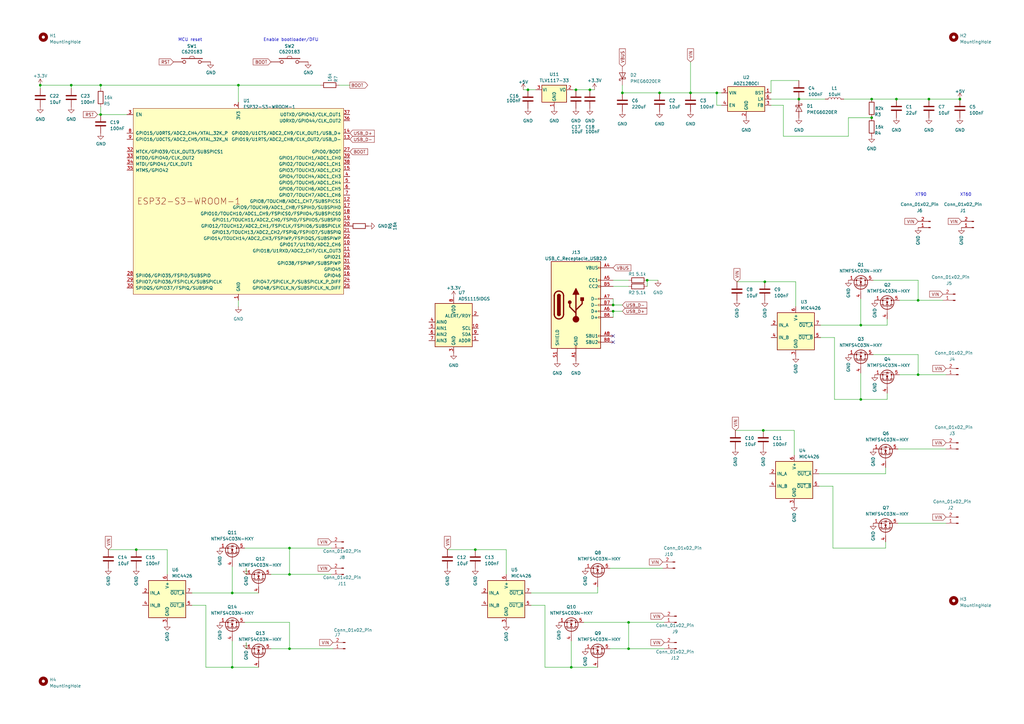
<source format=kicad_sch>
(kicad_sch (version 20230121) (generator eeschema)
  (paper "A3")
  (junction (at 376.555 153.67))
  (junction (at 194.945 225.425))
  (junction (at 270.51 38.1))
  (junction (at 353.06 133.35))
  (junction (at 118.745 235.585))
  (junction (at 255.27 38.1))
  (junction (at 257.81 255.27))
  (junction (at 376.555 123.19))
  (junction (at 353.06 163.83))
  (junction (at 97.79 34.925))
  (junction (at 55.88 225.425))
  (junction (at 313.055 176.53))
  (junction (at 327.66 40.64))
  (junction (at 236.22 36.83))
  (junction (at 367.665 40.64))
  (junction (at 251.46 127.635))
  (junction (at 251.46 125.095))
  (junction (at 357.505 48.26))
  (junction (at 234.315 273.685))
  (junction (at 294.005 38.1))
  (junction (at 357.505 40.64))
  (junction (at 95.25 243.205))
  (junction (at 29.21 34.925))
  (junction (at 283.21 38.1))
  (junction (at 257.81 266.065))
  (junction (at 41.275 46.99))
  (junction (at 41.275 34.925))
  (junction (at 118.745 266.065))
  (junction (at 241.935 36.83))
  (junction (at 381 40.64))
  (junction (at 118.745 224.79))
  (junction (at 216.535 36.83))
  (junction (at 16.51 34.925))
  (junction (at 393.7 40.64))
  (junction (at 265.43 114.935))
  (junction (at 313.69 115.57))
  (junction (at 95.25 273.685))
  (no_connect (at 251.46 137.795))
  (no_connect (at 251.46 140.335))
  (wire (pts (xy 341.63 224.79) (xy 363.22 224.79)))
  (wire (pts (xy 217.805 243.205) (xy 245.11 243.205)))
  (wire (pts (xy 367.665 40.64) (xy 381 40.64)))
  (wire (pts (xy 363.22 194.31) (xy 363.22 191.77)))
  (wire (pts (xy 78.74 243.205) (xy 95.25 243.205)))
  (wire (pts (xy 243.84 36.83) (xy 241.935 36.83)))
  (wire (pts (xy 68.58 225.425) (xy 55.88 225.425)))
  (wire (pts (xy 234.315 262.89) (xy 234.315 273.685)))
  (wire (pts (xy 376.555 114.935) (xy 376.555 123.19)))
  (wire (pts (xy 118.745 235.585) (xy 135.89 235.585)))
  (wire (pts (xy 100.965 235.585) (xy 100.965 233.045)))
  (wire (pts (xy 245.11 243.205) (xy 245.11 240.665)))
  (wire (pts (xy 255.27 34.925) (xy 255.27 38.1)))
  (wire (pts (xy 376.555 123.19) (xy 386.715 123.19)))
  (wire (pts (xy 118.745 224.79) (xy 135.89 224.79)))
  (wire (pts (xy 236.22 36.83) (xy 241.935 36.83)))
  (wire (pts (xy 316.23 40.64) (xy 327.66 40.64)))
  (wire (pts (xy 29.21 34.925) (xy 29.21 36.195)))
  (wire (pts (xy 78.74 248.285) (xy 84.455 248.285)))
  (wire (pts (xy 376.555 153.67) (xy 387.985 153.67)))
  (wire (pts (xy 207.645 225.425) (xy 194.945 225.425)))
  (wire (pts (xy 84.455 248.285) (xy 84.455 273.685)))
  (wire (pts (xy 368.3 214.63) (xy 387.985 214.63)))
  (wire (pts (xy 257.81 255.27) (xy 257.81 266.065)))
  (wire (pts (xy 223.52 273.685) (xy 234.315 273.685)))
  (wire (pts (xy 41.275 34.925) (xy 97.79 34.925)))
  (wire (pts (xy 118.745 224.79) (xy 118.745 235.585)))
  (wire (pts (xy 100.965 266.065) (xy 100.965 263.525)))
  (wire (pts (xy 283.21 38.1) (xy 294.005 38.1)))
  (wire (pts (xy 294.005 38.1) (xy 294.005 43.18)))
  (wire (pts (xy 111.125 235.585) (xy 118.745 235.585)))
  (wire (pts (xy 301.625 176.53) (xy 313.055 176.53)))
  (wire (pts (xy 316.23 38.1) (xy 316.23 33.02)))
  (wire (pts (xy 251.46 125.095) (xy 255.27 125.095)))
  (wire (pts (xy 44.45 225.425) (xy 55.88 225.425)))
  (wire (pts (xy 316.23 33.02) (xy 327.66 33.02)))
  (wire (pts (xy 368.935 153.67) (xy 376.555 153.67)))
  (wire (pts (xy 100.33 255.27) (xy 118.745 255.27)))
  (wire (pts (xy 302.26 115.57) (xy 313.69 115.57)))
  (wire (pts (xy 84.455 273.685) (xy 95.25 273.685)))
  (wire (pts (xy 95.25 243.205) (xy 106.045 243.205)))
  (wire (pts (xy 214.63 36.83) (xy 216.535 36.83)))
  (wire (pts (xy 234.315 273.685) (xy 245.11 273.685)))
  (wire (pts (xy 16.51 34.925) (xy 29.21 34.925)))
  (wire (pts (xy 353.06 153.035) (xy 353.06 163.83)))
  (wire (pts (xy 183.515 225.425) (xy 194.945 225.425)))
  (wire (pts (xy 336.55 133.35) (xy 353.06 133.35)))
  (wire (pts (xy 265.43 114.935) (xy 269.875 114.935)))
  (wire (pts (xy 223.52 248.285) (xy 223.52 273.685)))
  (wire (pts (xy 327.66 40.64) (xy 338.455 40.64)))
  (wire (pts (xy 363.855 133.35) (xy 363.855 130.81)))
  (wire (pts (xy 111.125 266.065) (xy 118.745 266.065)))
  (wire (pts (xy 100.33 224.79) (xy 118.745 224.79)))
  (wire (pts (xy 251.46 127.635) (xy 255.27 127.635)))
  (wire (pts (xy 325.755 186.69) (xy 325.755 176.53)))
  (wire (pts (xy 251.46 114.935) (xy 257.81 114.935)))
  (wire (pts (xy 118.745 266.065) (xy 136.525 266.065)))
  (wire (pts (xy 270.51 38.1) (xy 283.21 38.1)))
  (wire (pts (xy 255.27 38.1) (xy 270.51 38.1)))
  (wire (pts (xy 326.39 115.57) (xy 313.69 115.57)))
  (wire (pts (xy 207.645 235.585) (xy 207.645 225.425)))
  (wire (pts (xy 347.98 55.88) (xy 347.98 48.26)))
  (wire (pts (xy 97.79 41.91) (xy 97.79 34.925)))
  (wire (pts (xy 250.19 233.045) (xy 271.78 233.045)))
  (wire (pts (xy 342.265 163.83) (xy 353.06 163.83)))
  (wire (pts (xy 341.63 199.39) (xy 341.63 224.79)))
  (wire (pts (xy 283.21 25.4) (xy 283.21 38.1)))
  (wire (pts (xy 257.81 266.065) (xy 272.415 266.065)))
  (wire (pts (xy 41.275 46.99) (xy 52.07 46.99)))
  (wire (pts (xy 234.95 36.83) (xy 236.22 36.83)))
  (wire (pts (xy 326.39 125.73) (xy 326.39 115.57)))
  (wire (pts (xy 358.14 145.415) (xy 376.555 145.415)))
  (wire (pts (xy 294.005 38.1) (xy 295.91 38.1)))
  (wire (pts (xy 29.21 34.925) (xy 41.275 34.925)))
  (wire (pts (xy 251.46 117.475) (xy 257.81 117.475)))
  (wire (pts (xy 381 40.64) (xy 393.7 40.64)))
  (wire (pts (xy 41.275 34.925) (xy 41.275 36.195)))
  (wire (pts (xy 316.23 43.18) (xy 321.31 43.18)))
  (wire (pts (xy 321.31 55.88) (xy 347.98 55.88)))
  (wire (pts (xy 376.555 145.415) (xy 376.555 153.67)))
  (wire (pts (xy 353.06 133.35) (xy 363.855 133.35)))
  (wire (pts (xy 335.915 194.31) (xy 363.22 194.31)))
  (wire (pts (xy 353.06 163.83) (xy 363.855 163.83)))
  (wire (pts (xy 251.46 127.635) (xy 251.46 130.175)))
  (wire (pts (xy 347.98 48.26) (xy 357.505 48.26)))
  (wire (pts (xy 251.46 122.555) (xy 251.46 125.095)))
  (wire (pts (xy 363.855 163.83) (xy 363.855 161.29)))
  (wire (pts (xy 118.745 255.27) (xy 118.745 266.065)))
  (wire (pts (xy 68.58 235.585) (xy 68.58 225.425)))
  (wire (pts (xy 353.06 122.555) (xy 353.06 133.35)))
  (wire (pts (xy 16.51 34.925) (xy 16.51 36.195)))
  (wire (pts (xy 95.25 232.41) (xy 95.25 243.205)))
  (wire (pts (xy 336.55 138.43) (xy 342.265 138.43)))
  (wire (pts (xy 295.91 43.18) (xy 294.005 43.18)))
  (wire (pts (xy 346.075 40.64) (xy 357.505 40.64)))
  (wire (pts (xy 358.14 114.935) (xy 376.555 114.935)))
  (wire (pts (xy 363.22 224.79) (xy 363.22 222.25)))
  (wire (pts (xy 368.935 123.19) (xy 376.555 123.19)))
  (wire (pts (xy 265.43 114.935) (xy 265.43 117.475)))
  (wire (pts (xy 95.25 262.89) (xy 95.25 273.685)))
  (wire (pts (xy 321.31 43.18) (xy 321.31 55.88)))
  (wire (pts (xy 216.535 36.83) (xy 219.71 36.83)))
  (wire (pts (xy 250.19 266.065) (xy 257.81 266.065)))
  (wire (pts (xy 335.915 199.39) (xy 341.63 199.39)))
  (wire (pts (xy 97.79 34.925) (xy 131.445 34.925)))
  (wire (pts (xy 41.275 46.99) (xy 40.005 46.99)))
  (wire (pts (xy 325.755 176.53) (xy 313.055 176.53)))
  (wire (pts (xy 95.25 273.685) (xy 106.045 273.685)))
  (wire (pts (xy 342.265 138.43) (xy 342.265 163.83)))
  (wire (pts (xy 357.505 40.64) (xy 367.665 40.64)))
  (wire (pts (xy 257.81 255.27) (xy 272.415 255.27)))
  (wire (pts (xy 97.79 123.19) (xy 97.79 125.73)))
  (wire (pts (xy 239.395 255.27) (xy 257.81 255.27)))
  (wire (pts (xy 41.275 43.815) (xy 41.275 46.99)))
  (wire (pts (xy 368.3 184.15) (xy 387.985 184.15)))
  (wire (pts (xy 217.805 248.285) (xy 223.52 248.285)))
  (wire (pts (xy 143.51 34.925) (xy 139.065 34.925)))
  (text "Enable bootloader/DFU" (at 107.95 17.145 0) (effects (font (size 1.27 1.27)) (justify left bottom)))
  (text "XT90" (at 375.285 80.645 0) (effects (font (size 1.27 1.27)) (justify left bottom)))
  (text "MCU reset" (at 73.025 17.145 0) (effects (font (size 1.27 1.27)) (justify left bottom)))
  (text "XT60" (at 393.7 80.645 0) (effects (font (size 1.27 1.27)) (justify left bottom)))
  (global_label "VIN" (shape input) (at 387.985 212.09 180) (property "Intersheetrefs" "${INTERSHEET_REFS}" (effects hide)))
  (global_label "VIN" (shape input) (at 183.515 225.425 90) (property "Intersheetrefs" "${INTERSHEET_REFS}" (effects hide)))
  (global_label "VIN" (shape input) (at 272.415 252.73 180) (property "Intersheetrefs" "${INTERSHEET_REFS}" (effects hide)))
  (global_label "USB_D-" (shape input) (at 143.51 57.15 0) (property "Intersheetrefs" "${INTERSHEET_REFS}" (effects hide)))
  (global_label "VIN" (shape input) (at 283.21 25.4 90) (property "Intersheetrefs" "${INTERSHEET_REFS}" (effects hide)))
  (global_label "BOOT" (shape input) (at 143.51 62.23 0) (property "Intersheetrefs" "${INTERSHEET_REFS}" (effects hide)))
  (global_label "VIN" (shape input) (at 387.985 151.13 180) (property "Intersheetrefs" "${INTERSHEET_REFS}" (effects hide)))
  (global_label "BOOT" (shape input) (at 111.125 25.4 180) (property "Intersheetrefs" "${INTERSHEET_REFS}" (effects hide)))
  (global_label "VIN" (shape input) (at 302.26 115.57 90) (property "Intersheetrefs" "${INTERSHEET_REFS}" (effects hide)))
  (global_label "USB_D+" (shape input) (at 255.27 127.635 0) (property "Intersheetrefs" "${INTERSHEET_REFS}" (effects hide)))
  (global_label "VIN" (shape input) (at 394.335 90.805 180) (property "Intersheetrefs" "${INTERSHEET_REFS}" (effects hide)))
  (global_label "VIN" (shape input) (at 271.78 230.505 180) (property "Intersheetrefs" "${INTERSHEET_REFS}" (effects hide)))
  (global_label "VIN" (shape input) (at 272.415 263.525 180) (property "Intersheetrefs" "${INTERSHEET_REFS}" (effects hide)))
  (global_label "RST" (shape input) (at 71.12 25.4 180) (property "Intersheetrefs" "${INTERSHEET_REFS}" (effects hide)))
  (global_label "VBUS" (shape input) (at 251.46 109.855 0) (property "Intersheetrefs" "${INTERSHEET_REFS}" (effects hide)))
  (global_label "USB_D-" (shape input) (at 255.27 125.095 0) (property "Intersheetrefs" "${INTERSHEET_REFS}" (effects hide)))
  (global_label "VIN" (shape input) (at 301.625 176.53 90) (property "Intersheetrefs" "${INTERSHEET_REFS}" (effects hide)))
  (global_label "VIN" (shape input) (at 387.985 181.61 180) (property "Intersheetrefs" "${INTERSHEET_REFS}" (effects hide)))
  (global_label "VIN" (shape input) (at 135.89 233.045 180) (property "Intersheetrefs" "${INTERSHEET_REFS}" (effects hide)))
  (global_label "VIN" (shape input) (at 376.555 90.805 180) (property "Intersheetrefs" "${INTERSHEET_REFS}" (effects hide)))
  (global_label "VIN" (shape input) (at 135.89 222.25 180) (property "Intersheetrefs" "${INTERSHEET_REFS}" (effects hide)))
  (global_label "VIN" (shape input) (at 136.525 263.525 180) (property "Intersheetrefs" "${INTERSHEET_REFS}" (effects hide)))
  (global_label "BOOT" (shape output) (at 143.51 34.925 0) (property "Intersheetrefs" "${INTERSHEET_REFS}" (effects hide)))
  (global_label "USB_D+" (shape input) (at 143.51 54.61 0) (property "Intersheetrefs" "${INTERSHEET_REFS}" (effects hide)))
  (global_label "RST" (shape input) (at 40.005 46.99 180) (property "Intersheetrefs" "${INTERSHEET_REFS}" (effects hide)))
  (global_label "VBUS" (shape input) (at 255.27 27.305 90) (property "Intersheetrefs" "${INTERSHEET_REFS}" (effects hide)))
  (global_label "VIN" (shape input) (at 386.715 120.65 180) (property "Intersheetrefs" "${INTERSHEET_REFS}" (effects hide)))
  (global_label "VIN" (shape input) (at 44.45 225.425 90) (property "Intersheetrefs" "${INTERSHEET_REFS}" (effects hide)))
  (symbol (lib_id "Connector:Conn_01x02_Pin") (at 140.97 224.79 180) (unit 1)
    (property "Reference" "J8" (at 140.335 228.6 0))
    (property "Value" "Conn_01x02_Pin" (at 140.335 226.06 0))
    (property "Footprint" "Connector_AMASS:AMASS_XT60PW-F_1x02_P7.20mm_Horizontal" (effects hide))
    (property "lcsc" "C428722" (effects hide))
  )
  (symbol (lib_id "power:GND") (at 41.275 54.61 0) (unit 1)
    (property "Reference" "#PWR054" (effects hide))
    (property "Value" "GND" (at 41.402 59.0042 0))
  )
  (symbol (lib_id "Device:R") (at 261.62 114.935 90) (unit 1)
    (property "Reference" "R1" (at 259.08 112.395 90))
    (property "Value" "5.1k" (at 262.89 112.395 90))
    (property "Footprint" "Resistor_SMD:R_0603_1608Metric" (effects hide))
    (property "lcsc" "C23186" (effects hide))
  )
  (symbol (lib_id "Transistor_FET:PSMN5R2-60YL") (at 363.855 125.73 270) (mirror x) (unit 1)
    (property "Reference" "Q2" (at 362.585 116.84 90) (effects (justify left)))
    (property "Value" "NTMFS4C03N-HXY" (at 355.6 119.38 90) (effects (justify left)))
    (property "Footprint" "Package_TO_SOT_SMD:LFPAK56" (effects hide))
    (property "Datasheet" "https://assets.nexperia.com/documents/data-sheet/PSMN5R2-60YL.pdf" (effects hide))
    (property "lcsc" "C5148663" (effects hide))
  )
  (symbol (lib_id "Device:C") (at 367.665 44.45 0) (unit 1)
    (property "Reference" "C1" (at 371.475 43.815 0) (effects (justify left)))
    (property "Value" "22uF" (at 371.475 46.355 0) (effects (justify left)))
    (property "Footprint" "Capacitor_SMD:CP_Elec_6.3x5.4" (effects hide))
    (property "lcsc" "C98744" (effects hide))
  )
  (symbol (lib_id "Device:C") (at 41.275 50.8 0) (unit 1)
    (property "Reference" "C19" (at 45.085 50.165 0) (effects (justify left)))
    (property "Value" "100nF" (at 45.085 52.705 0) (effects (justify left)))
    (property "Footprint" "Capacitor_SMD:C_0603_1608Metric" (effects hide))
    (property "lcsc" "C30926" (effects hide))
  )
  (symbol (lib_id "power:+3.3V") (at 16.51 34.925 0) (unit 1)
    (property "Reference" "#PWR035" (effects hide))
    (property "Value" "+3.3V" (at 16.51 31.115 0))
  )
  (symbol (lib_id "power:GND") (at 86.36 25.4 0) (unit 1)
    (property "Reference" "#PWR042" (effects hide))
    (property "Value" "GND" (at 86.487 29.7942 0))
  )
  (symbol (lib_id "Device:C") (at 270.51 41.91 0) (unit 1)
    (property "Reference" "C2" (at 274.32 41.275 0) (effects (justify left)))
    (property "Value" "10uF" (at 274.32 43.815 0) (effects (justify left)))
    (property "Footprint" "Capacitor_SMD:C_0603_1608Metric" (effects hide))
    (property "lcsc" "C30926" (effects hide))
  )
  (symbol (lib_id "Analog_ADC:ADS1115IDGS") (at 186.055 134.62 0) (unit 1)
    (property "Reference" "U7" (at 188.0109 120.015 0) (effects (justify left)))
    (property "Value" "ADS1115IDGS" (at 188.0109 122.555 0) (effects (justify left)))
    (property "Footprint" "Package_SO:TSSOP-10_3x3mm_P0.5mm" (effects hide))
    (property "Datasheet" "http://www.ti.com/lit/ds/symlink/ads1113.pdf" (effects hide))
  )
  (symbol (lib_id "Connector:Conn_01x02_Pin") (at 391.795 123.19 180) (unit 1)
    (property "Reference" "J5" (at 389.255 116.205 0))
    (property "Value" "Conn_01x02_Pin" (at 389.89 113.665 0))
    (property "Footprint" "Connector_AMASS:AMASS_XT60PW-F_1x02_P7.20mm_Horizontal" (effects hide))
    (property "lcsc" "C428722" (effects hide))
  )
  (symbol (lib_id "Transistor_FET:PSMN5R2-60YL") (at 106.045 238.125 270) (mirror x) (unit 1)
    (property "Reference" "Q12" (at 104.775 229.235 90) (effects (justify left)))
    (property "Value" "NTMFS4C03N-HXY" (at 97.79 231.775 90) (effects (justify left)))
    (property "Footprint" "Package_TO_SOT_SMD:LFPAK56" (effects hide))
    (property "Datasheet" "https://assets.nexperia.com/documents/data-sheet/PSMN5R2-60YL.pdf" (effects hide))
    (property "lcsc" "C5148663" (effects hide))
  )
  (symbol (lib_id "power:GND") (at 228.6 147.955 0) (unit 1)
    (property "Reference" "#PWR07" (effects hide))
    (property "Value" "GND" (at 228.6 153.035 0))
  )
  (symbol (lib_id "Transistor_FET:PSMN5R2-60YL") (at 245.11 235.585 270) (mirror x) (unit 1)
    (property "Reference" "Q8" (at 243.84 226.695 90) (effects (justify left)))
    (property "Value" "NTMFS4C03N-HXY" (at 236.855 229.235 90) (effects (justify left)))
    (property "Footprint" "Package_TO_SOT_SMD:LFPAK56" (effects hide))
    (property "Datasheet" "https://assets.nexperia.com/documents/data-sheet/PSMN5R2-60YL.pdf" (effects hide))
    (property "lcsc" "C5148663" (effects hide))
  )
  (symbol (lib_id "power:+5V") (at 393.7 40.64 0) (unit 1)
    (property "Reference" "#PWR016" (effects hide))
    (property "Value" "+5V" (at 393.7 37.465 0))
  )
  (symbol (lib_id "power:GND") (at 16.51 43.815 0) (unit 1)
    (property "Reference" "#PWR055" (effects hide))
    (property "Value" "GND" (at 16.51 48.895 0))
  )
  (symbol (lib_id "power:+3.3V") (at 186.055 121.92 0) (unit 1)
    (property "Reference" "#PWR028" (effects hide))
    (property "Value" "+3.3V" (at 186.055 118.11 0))
  )
  (symbol (lib_id "Connector:Conn_01x02_Pin") (at 399.415 93.345 180) (unit 1)
    (property "Reference" "J1" (at 394.97 86.36 0))
    (property "Value" "Conn_01x02_Pin" (at 394.97 83.82 0))
    (property "Footprint" "Connector_AMASS:AMASS_XT60PW-M_1x02_P7.20mm_Horizontal" (effects hide))
    (property "lcsc" "C98732" (effects hide))
  )
  (symbol (lib_id "Device:C") (at 44.45 229.235 0) (unit 1)
    (property "Reference" "C14" (at 48.26 228.6 0) (effects (justify left)))
    (property "Value" "10uF" (at 48.26 231.14 0) (effects (justify left)))
    (property "Footprint" "Capacitor_SMD:C_0603_1608Metric" (effects hide))
    (property "lcsc" "C30926" (effects hide))
  )
  (symbol (lib_id "power:GND") (at 29.21 43.815 0) (unit 1)
    (property "Reference" "#PWR056" (effects hide))
    (property "Value" "GND" (at 29.21 48.895 0))
  )
  (symbol (lib_id "power:GND") (at 100.965 233.045 0) (unit 1)
    (property "Reference" "#PWR052" (effects hide))
    (property "Value" "GND" (at 100.965 236.22 90) (effects (justify right)))
  )
  (symbol (lib_id "power:GND") (at 301.625 184.15 0) (unit 1)
    (property "Reference" "#PWR024" (effects hide))
    (property "Value" "GND" (at 301.625 187.325 90) (effects (justify right)))
  )
  (symbol (lib_id "Device:R") (at 357.505 52.07 0) (unit 1)
    (property "Reference" "R4" (at 360.045 54.61 0))
    (property "Value" "16k" (at 360.68 52.07 0))
    (property "Footprint" "Resistor_SMD:R_0603_1608Metric" (effects hide))
    (property "lcsc" "C4210" (effects hide))
  )
  (symbol (lib_id "Mechanical:MountingHole") (at 17.78 279.4 0) (unit 1)
    (property "Reference" "H4" (at 20.32 278.765 0) (effects (justify left)))
    (property "Value" "MountingHole" (at 20.32 281.305 0) (effects (justify left)))
    (property "Footprint" "MountingHole:MountingHole_3.2mm_M3_DIN965_Pad" (effects hide))
  )
  (symbol (lib_id "power:GND") (at 269.875 114.935 0) (unit 1)
    (property "Reference" "#PWR06" (effects hide))
    (property "Value" "GND" (at 269.875 120.015 0))
  )
  (symbol (lib_id "Connector:Conn_01x02_Pin") (at 381.635 93.345 180) (unit 1)
    (property "Reference" "J6" (at 377.19 86.36 0))
    (property "Value" "Conn_01x02_Pin" (at 377.19 83.82 0))
    (property "Footprint" "Acea:AMASS_XT90PW-M" (effects hide))
    (property "lcsc" "C3040689" (effects hide))
  )
  (symbol (lib_id "Mechanical:MountingHole") (at 17.78 15.24 0) (unit 1)
    (property "Reference" "H1" (at 20.32 14.605 0) (effects (justify left)))
    (property "Value" "MountingHole" (at 20.32 17.145 0) (effects (justify left)))
    (property "Footprint" "MountingHole:MountingHole_3.2mm_M3_DIN965_Pad" (effects hide))
  )
  (symbol (lib_id "MAX17260:TACT-SWITCH") (at 118.745 25.4 0) (unit 1)
    (property "Reference" "SW2" (at 118.745 18.923 0))
    (property "Value" "C620183" (at 118.745 21.2344 0))
    (property "Footprint" "Acea:TS4550TP" (effects hide))
    (property "lcsc_part_number" "C620183" (effects hide))
    (property "package" "4.5mm,4.5mm SMD" (effects hide))
  )
  (symbol (lib_id "Device:L") (at 342.265 40.64 90) (unit 1)
    (property "Reference" "L1" (at 342.265 36.195 90))
    (property "Value" "10uH" (at 342.265 38.735 90))
    (property "Footprint" "Inductor_SMD:L_Chilisin_BMRA00040415" (effects hide))
    (property "lcsc" "C2847473" (effects hide))
  )
  (symbol (lib_id "power:GND") (at 240.03 233.045 0) (unit 1)
    (property "Reference" "#PWR037" (effects hide))
    (property "Value" "GND" (at 240.03 236.22 90) (effects (justify right)))
  )
  (symbol (lib_id "Device:C") (at 327.66 36.83 0) (unit 1)
    (property "Reference" "C4" (at 331.47 36.195 0) (effects (justify left)))
    (property "Value" "100nF" (at 331.47 38.735 0) (effects (justify left)))
    (property "Footprint" "Capacitor_SMD:C_0603_1608Metric" (effects hide))
    (property "lcsc" "C30926" (effects hide))
  )
  (symbol (lib_id "power:+3.3V") (at 243.84 36.83 0) (unit 1)
    (property "Reference" "#PWR044" (effects hide))
    (property "Value" "+3.3V" (at 243.84 33.02 0))
  )
  (symbol (lib_id "power:GND") (at 183.515 233.045 0) (unit 1)
    (property "Reference" "#PWR032" (effects hide))
    (property "Value" "GND" (at 183.515 236.22 90) (effects (justify right)))
  )
  (symbol (lib_id "power:GND") (at 313.055 184.15 0) (unit 1)
    (property "Reference" "#PWR025" (effects hide))
    (property "Value" "GND" (at 313.055 187.325 90) (effects (justify right)))
  )
  (symbol (lib_id "Regulator_Switching:AOZ1280CI") (at 306.07 40.64 0) (unit 1)
    (property "Reference" "U2" (at 306.07 31.75 0))
    (property "Value" "AOZ1280CI" (at 306.07 34.29 0))
    (property "Footprint" "Package_TO_SOT_SMD:SOT-23-6" (effects hide))
    (property "Datasheet" "http://aosmd.com/res/data_sheets/AOZ1280CI.pdf" (effects hide))
    (property "lcsc" "C5123971" (effects hide))
  )
  (symbol (lib_id "power:GND") (at 229.235 255.27 0) (unit 1)
    (property "Reference" "#PWR036" (effects hide))
    (property "Value" "GND" (at 229.235 258.445 90) (effects (justify right)))
  )
  (symbol (lib_id "power:GND") (at 186.055 144.78 0) (unit 1)
    (property "Reference" "#PWR027" (effects hide))
    (property "Value" "GND" (at 186.055 149.86 0))
  )
  (symbol (lib_id "power:GND") (at 347.98 145.415 0) (unit 1)
    (property "Reference" "#PWR019" (effects hide))
    (property "Value" "GND" (at 347.98 148.59 90) (effects (justify right)))
  )
  (symbol (lib_id "Mechanical:MountingHole") (at 391.16 15.24 0) (unit 1)
    (property "Reference" "H2" (at 393.7 14.605 0) (effects (justify left)))
    (property "Value" "MountingHole" (at 393.7 17.145 0) (effects (justify left)))
    (property "Footprint" "MountingHole:MountingHole_3.2mm_M3_DIN965_Pad" (effects hide))
  )
  (symbol (lib_id "power:GND") (at 100.965 263.525 0) (unit 1)
    (property "Reference" "#PWR053" (effects hide))
    (property "Value" "GND" (at 100.965 266.7 90) (effects (justify right)))
  )
  (symbol (lib_id "MAX17260:TACT-SWITCH") (at 78.74 25.4 0) (unit 1)
    (property "Reference" "SW1" (at 78.74 18.923 0))
    (property "Value" "C620183" (at 78.74 21.2344 0))
    (property "Footprint" "Acea:TS4550TP" (effects hide))
    (property "lcsc" "C620183" (effects hide))
  )
  (symbol (lib_id "Device:C") (at 29.21 40.005 0) (unit 1)
    (property "Reference" "C23" (at 33.02 39.37 0) (effects (justify left)))
    (property "Value" "100nF" (at 33.02 41.91 0) (effects (justify left)))
    (property "Footprint" "Capacitor_SMD:C_0603_1608Metric" (effects hide))
    (property "lcsc" "C30926" (effects hide))
  )
  (symbol (lib_id "Device:R") (at 261.62 117.475 270) (unit 1)
    (property "Reference" "R2" (at 259.08 120.015 90))
    (property "Value" "5.1k" (at 262.89 120.015 90))
    (property "Footprint" "Resistor_SMD:R_0603_1608Metric" (effects hide))
    (property "lcsc" "C23186" (effects hide))
  )
  (symbol (lib_id "power:GND") (at 227.33 44.45 0) (unit 1)
    (property "Reference" "#PWR045" (effects hide))
    (property "Value" "GND" (at 227.33 49.53 0))
  )
  (symbol (lib_id "Device:R") (at 41.275 40.005 0) (unit 1)
    (property "Reference" "R5" (at 43.815 42.545 0))
    (property "Value" "16k" (at 44.45 40.005 0))
    (property "Footprint" "Resistor_SMD:R_0603_1608Metric" (effects hide))
    (property "lcsc" "C4210" (effects hide))
  )
  (symbol (lib_id "power:GND") (at 358.14 214.63 0) (unit 1)
    (property "Reference" "#PWR030" (effects hide))
    (property "Value" "GND" (at 358.14 217.805 90) (effects (justify right)))
  )
  (symbol (lib_id "Transistor_FET:PSMN5R2-60YL") (at 95.25 227.33 270) (mirror x) (unit 1)
    (property "Reference" "Q11" (at 95.25 218.44 90))
    (property "Value" "NTMFS4C03N-HXY" (at 95.25 220.98 90))
    (property "Footprint" "Package_TO_SOT_SMD:LFPAK56" (effects hide))
    (property "Datasheet" "https://assets.nexperia.com/documents/data-sheet/PSMN5R2-60YL.pdf" (effects hide))
    (property "lcsc" "C5148663" (effects hide))
  )
  (symbol (lib_id "Device:C") (at 313.055 180.34 0) (unit 1)
    (property "Reference" "C11" (at 316.865 179.705 0) (effects (justify left)))
    (property "Value" "100nF" (at 316.865 182.245 0) (effects (justify left)))
    (property "Footprint" "Capacitor_SMD:C_0603_1608Metric" (effects hide))
    (property "lcsc" "C30926" (effects hide))
  )
  (symbol (lib_id "Transistor_FET:PSMN5R2-60YL") (at 363.22 217.17 270) (mirror x) (unit 1)
    (property "Reference" "Q7" (at 361.95 208.28 90) (effects (justify left)))
    (property "Value" "NTMFS4C03N-HXY" (at 354.965 210.82 90) (effects (justify left)))
    (property "Footprint" "Package_TO_SOT_SMD:LFPAK56" (effects hide))
    (property "Datasheet" "https://assets.nexperia.com/documents/data-sheet/PSMN5R2-60YL.pdf" (effects hide))
    (property "lcsc" "C5148663" (effects hide))
  )
  (symbol (lib_id "Device:C") (at 313.69 119.38 0) (unit 1)
    (property "Reference" "C9" (at 317.5 118.745 0) (effects (justify left)))
    (property "Value" "100nF" (at 317.5 121.285 0) (effects (justify left)))
    (property "Footprint" "Capacitor_SMD:C_0603_1608Metric" (effects hide))
    (property "lcsc" "C30926" (effects hide))
  )
  (symbol (lib_id "power:GND") (at 327.66 48.26 0) (unit 1)
    (property "Reference" "#PWR09" (effects hide))
    (property "Value" "GND" (at 327.66 53.34 0))
  )
  (symbol (lib_id "power:GND") (at 68.58 255.905 0) (unit 1)
    (property "Reference" "#PWR039" (effects hide))
    (property "Value" "GND" (at 68.58 259.08 90) (effects (justify right)))
  )
  (symbol (lib_id "Transistor_FET:PSMN5R2-60YL") (at 245.11 268.605 270) (mirror x) (unit 1)
    (property "Reference" "Q9" (at 243.84 259.715 90) (effects (justify left)))
    (property "Value" "NTMFS4C03N-HXY" (at 236.855 262.255 90) (effects (justify left)))
    (property "Footprint" "Package_TO_SOT_SMD:LFPAK56" (effects hide))
    (property "Datasheet" "https://assets.nexperia.com/documents/data-sheet/PSMN5R2-60YL.pdf" (effects hide))
    (property "lcsc" "C5148663" (effects hide))
  )
  (symbol (lib_id "power:GND") (at 347.98 114.935 0) (unit 1)
    (property "Reference" "#PWR018" (effects hide))
    (property "Value" "GND" (at 347.98 118.11 90) (effects (justify right)))
  )
  (symbol (lib_id "Transistor_FET:PSMN5R2-60YL") (at 363.22 186.69 270) (mirror x) (unit 1)
    (property "Reference" "Q6" (at 361.95 177.8 90) (effects (justify left)))
    (property "Value" "NTMFS4C03N-HXY" (at 354.965 180.34 90) (effects (justify left)))
    (property "Footprint" "Package_TO_SOT_SMD:LFPAK56" (effects hide))
    (property "Datasheet" "https://assets.nexperia.com/documents/data-sheet/PSMN5R2-60YL.pdf" (effects hide))
    (property "lcsc" "C5148663" (effects hide))
  )
  (symbol (lib_id "Device:C") (at 283.21 41.91 0) (unit 1)
    (property "Reference" "C3" (at 287.02 41.275 0) (effects (justify left)))
    (property "Value" "100nF" (at 287.02 43.815 0) (effects (justify left)))
    (property "Footprint" "Capacitor_SMD:C_0603_1608Metric" (effects hide))
    (property "lcsc" "C30926" (effects hide))
  )
  (symbol (lib_id "Transistor_FET:PSMN5R2-60YL") (at 353.06 147.955 270) (mirror x) (unit 1)
    (property "Reference" "Q3" (at 353.06 139.065 90))
    (property "Value" "NTMFS4C03N-HXY" (at 353.06 141.605 90))
    (property "Footprint" "Package_TO_SOT_SMD:LFPAK56" (effects hide))
    (property "Datasheet" "https://assets.nexperia.com/documents/data-sheet/PSMN5R2-60YL.pdf" (effects hide))
    (property "lcsc" "C5148663" (effects hide))
  )
  (symbol (lib_id "power:GND") (at 381 48.26 0) (unit 1)
    (property "Reference" "#PWR012" (effects hide))
    (property "Value" "GND" (at 381 53.34 0))
  )
  (symbol (lib_id "Device:C") (at 381 44.45 0) (unit 1)
    (property "Reference" "C7" (at 384.81 43.815 0) (effects (justify left)))
    (property "Value" "10uF" (at 384.81 46.355 0) (effects (justify left)))
    (property "Footprint" "Capacitor_SMD:C_0603_1608Metric" (effects hide))
    (property "lcsc" "C30926" (effects hide))
  )
  (symbol (lib_id "Connector:USB_C_Receptacle_USB2.0") (at 236.22 125.095 0) (unit 1)
    (property "Reference" "J13" (at 236.22 103.505 0))
    (property "Value" "USB_C_Receptacle_USB2.0" (at 236.22 106.045 0))
    (property "Footprint" "Connector_USB:USB_C_Receptacle_G-Switch_GT-USB-7010ASV" (effects hide))
    (property "Datasheet" "https://www.usb.org/sites/default/files/documents/usb_type-c.zip" (effects hide))
    (property "lcsc" "C2988369" (effects hide))
  )
  (symbol (lib_id "Connector:Conn_01x02_Pin") (at 393.065 184.15 180) (unit 1)
    (property "Reference" "J3" (at 390.525 177.8 0))
    (property "Value" "Conn_01x02_Pin" (at 391.16 175.26 0))
    (property "Footprint" "Connector_AMASS:AMASS_XT60PW-F_1x02_P7.20mm_Horizontal" (effects hide))
    (property "lcsc" "C428722" (effects hide))
  )
  (symbol (lib_id "Device:R") (at 147.32 92.71 270) (unit 1)
    (property "Reference" "R6" (at 160.02 92.71 0))
    (property "Value" "16k" (at 161.925 92.71 0))
    (property "Footprint" "Resistor_SMD:R_0603_1608Metric" (effects hide))
    (property "lcsc" "C4210" (effects hide))
  )
  (symbol (lib_id "Mechanical:MountingHole") (at 391.16 246.38 0) (unit 1)
    (property "Reference" "H3" (at 393.7 245.745 0) (effects (justify left)))
    (property "Value" "MountingHole" (at 393.7 248.285 0) (effects (justify left)))
    (property "Footprint" "MountingHole:MountingHole_3.2mm_M3_DIN965_Pad" (effects hide))
  )
  (symbol (lib_id "Device:C") (at 301.625 180.34 0) (unit 1)
    (property "Reference" "C10" (at 305.435 179.705 0) (effects (justify left)))
    (property "Value" "10uF" (at 305.435 182.245 0) (effects (justify left)))
    (property "Footprint" "Capacitor_SMD:C_0603_1608Metric" (effects hide))
    (property "lcsc" "C30926" (effects hide))
  )
  (symbol (lib_id "Device:C") (at 255.27 41.91 0) (unit 1)
    (property "Reference" "C6" (at 259.08 41.275 0) (effects (justify left)))
    (property "Value" "220uF" (at 259.08 43.815 0) (effects (justify left)))
    (property "Footprint" "Capacitor_SMD:CP_Elec_6.3x7.7" (effects hide))
    (property "lcsc" "C99836" (effects hide))
  )
  (symbol (lib_id "power:GND") (at 236.22 147.955 0) (unit 1)
    (property "Reference" "#PWR08" (effects hide))
    (property "Value" "GND" (at 236.22 153.035 0))
  )
  (symbol (lib_id "Connector:Conn_01x02_Pin") (at 393.065 153.67 180) (unit 1)
    (property "Reference" "J4" (at 390.525 147.32 0))
    (property "Value" "Conn_01x02_Pin" (at 391.16 144.78 0))
    (property "Footprint" "Connector_AMASS:AMASS_XT60PW-F_1x02_P7.20mm_Horizontal" (effects hide))
    (property "lcsc" "C428722" (effects hide))
  )
  (symbol (lib_id "Transistor_FET:PSMN5R2-60YL") (at 363.855 156.21 270) (mirror x) (unit 1)
    (property "Reference" "Q4" (at 362.585 147.32 90) (effects (justify left)))
    (property "Value" "NTMFS4C03N-HXY" (at 355.6 149.86 90) (effects (justify left)))
    (property "Footprint" "Package_TO_SOT_SMD:LFPAK56" (effects hide))
    (property "Datasheet" "https://assets.nexperia.com/documents/data-sheet/PSMN5R2-60YL.pdf" (effects hide))
    (property "lcsc" "C5148663" (effects hide))
  )
  (symbol (lib_id "power:GND") (at 306.07 48.26 0) (unit 1)
    (property "Reference" "#PWR02" (effects hide))
    (property "Value" "GND" (at 306.07 53.34 0))
  )
  (symbol (lib_id "Connector:Conn_01x02_Pin") (at 277.495 255.27 180) (unit 1)
    (property "Reference" "J9" (at 276.86 259.08 0))
    (property "Value" "Conn_01x02_Pin" (at 276.86 256.54 0))
    (property "Footprint" "Connector_AMASS:AMASS_XT60PW-F_1x02_P7.20mm_Horizontal" (effects hide))
    (property "lcsc" "C428722" (effects hide))
  )
  (symbol (lib_id "power:GND") (at 236.22 44.45 0) (unit 1)
    (property "Reference" "#PWR047" (effects hide))
    (property "Value" "GND" (at 236.22 49.53 0))
  )
  (symbol (lib_id "Device:C") (at 194.945 229.235 0) (unit 1)
    (property "Reference" "C13" (at 198.755 228.6 0) (effects (justify left)))
    (property "Value" "100nF" (at 198.755 231.14 0) (effects (justify left)))
    (property "Footprint" "Capacitor_SMD:C_0603_1608Metric" (effects hide))
    (property "lcsc" "C30926" (effects hide))
  )
  (symbol (lib_id "Connector:Conn_01x02_Pin") (at 141.605 266.065 180) (unit 1)
    (property "Reference" "J7" (at 138.43 260.35 0))
    (property "Value" "Conn_01x02_Pin" (at 144.78 258.445 0))
    (property "Footprint" "Connector_AMASS:AMASS_XT60PW-F_1x02_P7.20mm_Horizontal" (effects hide))
    (property "lcsc" "C428722" (effects hide))
  )
  (symbol (lib_id "power:GND") (at 313.69 123.19 0) (unit 1)
    (property "Reference" "#PWR022" (effects hide))
    (property "Value" "GND" (at 313.69 126.365 90) (effects (justify right)))
  )
  (symbol (lib_id "Transistor_FET:PSMN5R2-60YL") (at 95.25 257.81 270) (mirror x) (unit 1)
    (property "Reference" "Q14" (at 95.25 248.92 90))
    (property "Value" "NTMFS4C03N-HXY" (at 95.25 251.46 90))
    (property "Footprint" "Package_TO_SOT_SMD:LFPAK56" (effects hide))
    (property "Datasheet" "https://assets.nexperia.com/documents/data-sheet/PSMN5R2-60YL.pdf" (effects hide))
    (property "lcsc" "C5148663" (effects hide))
  )
  (symbol (lib_id "power:GND") (at 283.21 45.72 0) (unit 1)
    (property "Reference" "#PWR03" (effects hide))
    (property "Value" "GND" (at 283.21 50.8 0))
  )
  (symbol (lib_id "Regulator_Linear:TLV1117-33") (at 227.33 36.83 0) (unit 1)
    (property "Reference" "U11" (at 227.33 30.48 0))
    (property "Value" "TLV1117-33" (at 227.33 33.02 0))
    (property "Footprint" "Package_TO_SOT_SMD:SOT-223" (effects hide))
    (property "Datasheet" "http://www.ti.com/lit/ds/symlink/tlv1117.pdf" (effects hide))
    (property "lcsc" "C15578" (effects hide))
  )
  (symbol (lib_id "power:GND") (at 326.39 146.05 0) (unit 1)
    (property "Reference" "#PWR021" (effects hide))
    (property "Value" "GND" (at 326.39 149.225 90) (effects (justify right)))
  )
  (symbol (lib_id "Device:R") (at 135.255 34.925 90) (unit 1)
    (property "Reference" "R7" (at 137.795 32.385 0))
    (property "Value" "16k" (at 135.255 31.75 0))
    (property "Footprint" "Resistor_SMD:R_0603_1608Metric" (effects hide))
    (property "lcsc" "C4210" (effects hide))
  )
  (symbol (lib_id "power:GND") (at 393.7 48.26 0) (unit 1)
    (property "Reference" "#PWR011" (effects hide))
    (property "Value" "GND" (at 393.7 53.34 0))
  )
  (symbol (lib_id "Connector:Conn_01x02_Pin") (at 277.495 266.065 180) (unit 1)
    (property "Reference" "J12" (at 276.86 269.875 0))
    (property "Value" "Conn_01x02_Pin" (at 276.86 267.335 0))
    (property "Footprint" "Acea:AMASS_XT90PW-F" (effects hide))
    (property "lcsc" "C3040690" (effects hide))
  )
  (symbol (lib_id "Device:C") (at 241.935 40.64 0) (unit 1)
    (property "Reference" "C18" (at 240.03 52.07 0) (effects (justify left)))
    (property "Value" "100nF" (at 240.03 53.975 0) (effects (justify left)))
    (property "Footprint" "Capacitor_SMD:C_0603_1608Metric" (effects hide))
    (property "lcsc" "C30926" (effects hide))
  )
  (symbol (lib_id "Connector:Conn_01x02_Pin") (at 140.97 235.585 180) (unit 1)
    (property "Reference" "J11" (at 140.335 239.395 0))
    (property "Value" "Conn_01x02_Pin" (at 140.335 236.855 0))
    (property "Footprint" "Acea:AMASS_XT90PW-F" (effects hide))
    (property "lcsc" "C3040690" (effects hide))
  )
  (symbol (lib_id "power:GND") (at 90.17 255.27 0) (unit 1)
    (property "Reference" "#PWR051" (effects hide))
    (property "Value" "GND" (at 90.17 258.445 90) (effects (justify right)))
  )
  (symbol (lib_id "Driver_FET:MIC4426") (at 325.755 196.85 0) (unit 1)
    (property "Reference" "U4" (at 327.7109 184.785 0) (effects (justify left)))
    (property "Value" "MIC4426" (at 327.7109 187.325 0) (effects (justify left)))
    (property "Footprint" "Package_SO:HSOP-8-1EP_3.9x4.9mm_P1.27mm_EP2.41x3.1mm_ThermalVias" (effects hide))
    (property "Datasheet" "http://www.intersil.com/content/dam/Intersil/documents/el72/el7202-12-22.pdf" (effects hide))
    (property "lcsc" "C2685358" (effects hide))
  )
  (symbol (lib_id "power:GND") (at 241.935 44.45 0) (unit 1)
    (property "Reference" "#PWR048" (effects hide))
    (property "Value" "GND" (at 241.935 49.53 0))
  )
  (symbol (lib_id "power:GND") (at 357.505 55.88 0) (unit 1)
    (property "Reference" "#PWR010" (effects hide))
    (property "Value" "GND" (at 357.505 60.96 0))
  )
  (symbol (lib_id "Device:C") (at 55.88 229.235 0) (unit 1)
    (property "Reference" "C15" (at 59.69 228.6 0) (effects (justify left)))
    (property "Value" "100nF" (at 59.69 231.14 0) (effects (justify left)))
    (property "Footprint" "Capacitor_SMD:C_0603_1608Metric" (effects hide))
    (property "lcsc" "C30926" (effects hide))
  )
  (symbol (lib_id "power:GND") (at 240.03 266.065 0) (unit 1)
    (property "Reference" "#PWR049" (effects hide))
    (property "Value" "GND" (at 240.03 269.24 90) (effects (justify right)))
  )
  (symbol (lib_id "power:GND") (at 376.555 93.345 0) (unit 1)
    (property "Reference" "#PWR014" (effects hide))
    (property "Value" "GND" (at 376.555 96.52 90) (effects (justify right)))
  )
  (symbol (lib_id "Connector:Conn_01x02_Pin") (at 276.86 233.045 180) (unit 1)
    (property "Reference" "J10" (at 274.32 227.33 0))
    (property "Value" "Conn_01x02_Pin" (at 280.035 224.79 0))
    (property "Footprint" "Connector_AMASS:AMASS_XT60PW-F_1x02_P7.20mm_Horizontal" (effects hide))
    (property "lcsc" "C428722" (effects hide))
  )
  (symbol (lib_id "Transistor_FET:PSMN5R2-60YL") (at 353.06 117.475 270) (mirror x) (unit 1)
    (property "Reference" "Q1" (at 353.06 108.585 90))
    (property "Value" "NTMFS4C03N-HXY" (at 353.06 111.125 90))
    (property "Footprint" "Package_TO_SOT_SMD:LFPAK56" (effects hide))
    (property "Datasheet" "https://assets.nexperia.com/documents/data-sheet/PSMN5R2-60YL.pdf" (effects hide))
    (property "lcsc" "C5148663" (effects hide))
  )
  (symbol (lib_id "Connector:Conn_01x02_Pin") (at 393.065 214.63 180) (unit 1)
    (property "Reference" "J2" (at 389.89 208.28 0))
    (property "Value" "Conn_01x02_Pin" (at 390.525 205.74 0))
    (property "Footprint" "Connector_AMASS:AMASS_XT60PW-F_1x02_P7.20mm_Horizontal" (effects hide))
    (property "lcsc" "C428722" (effects hide))
  )
  (symbol (lib_id "power:GND") (at 367.665 48.26 0) (unit 1)
    (property "Reference" "#PWR013" (effects hide))
    (property "Value" "GND" (at 367.665 53.34 0))
  )
  (symbol (lib_id "power:GND") (at 255.27 45.72 0) (unit 1)
    (property "Reference" "#PWR05" (effects hide))
    (property "Value" "GND" (at 255.27 50.8 0))
  )
  (symbol (lib_id "Device:C") (at 236.22 40.64 0) (unit 1)
    (property "Reference" "C17" (at 234.315 52.07 0) (effects (justify left)))
    (property "Value" "10uF" (at 234.315 53.975 0) (effects (justify left)))
    (property "Footprint" "Capacitor_SMD:C_0603_1608Metric" (effects hide))
    (property "lcsc" "C30926" (effects hide))
  )
  (symbol (lib_id "Device:C") (at 393.7 44.45 0) (unit 1)
    (property "Reference" "C5" (at 397.51 43.815 0) (effects (justify left)))
    (property "Value" "100nF" (at 397.51 46.355 0) (effects (justify left)))
    (property "Footprint" "Capacitor_SMD:C_0603_1608Metric" (effects hide))
    (property "lcsc" "C30926" (effects hide))
  )
  (symbol (lib_id "Diode:PMEG6020ER") (at 327.66 44.45 270) (unit 1)
    (property "Reference" "D1" (at 330.835 43.4975 90) (effects (justify left)))
    (property "Value" "PMEG6020ER" (at 330.835 46.0375 90) (effects (justify left)))
    (property "Footprint" "Diode_SMD:Nexperia_CFP3_SOD-123W" (effects hide))
    (property "Datasheet" "https://assets.nexperia.com/documents/data-sheet/PMEG6020ER.pdf" (effects hide))
    (property "lcsc" "C98663" (effects hide))
  )
  (symbol (lib_id "power:+5V") (at 214.63 36.83 0) (unit 1)
    (property "Reference" "#PWR043" (effects hide))
    (property "Value" "+5V" (at 214.63 33.655 0))
  )
  (symbol (lib_id "Transistor_FET:PSMN5R2-60YL") (at 106.045 268.605 270) (mirror x) (unit 1)
    (property "Reference" "Q13" (at 104.775 259.715 90) (effects (justify left)))
    (property "Value" "NTMFS4C03N-HXY" (at 97.79 262.255 90) (effects (justify left)))
    (property "Footprint" "Package_TO_SOT_SMD:LFPAK56" (effects hide))
    (property "Datasheet" "https://assets.nexperia.com/documents/data-sheet/PSMN5R2-60YL.pdf" (effects hide))
    (property "lcsc" "C5148663" (effects hide))
  )
  (symbol (lib_id "Driver_FET:MIC4426") (at 68.58 245.745 0) (unit 1)
    (property "Reference" "U6" (at 70.5359 233.68 0) (effects (justify left)))
    (property "Value" "MIC4426" (at 70.5359 236.22 0) (effects (justify left)))
    (property "Footprint" "Package_SO:HSOP-8-1EP_3.9x4.9mm_P1.27mm_EP2.41x3.1mm_ThermalVias" (effects hide))
    (property "Datasheet" "http://www.intersil.com/content/dam/Intersil/documents/el72/el7202-12-22.pdf" (effects hide))
    (property "lcsc" "C2685358" (effects hide))
  )
  (symbol (lib_id "power:GND") (at 55.88 233.045 0) (unit 1)
    (property "Reference" "#PWR038" (effects hide))
    (property "Value" "GND" (at 55.88 236.22 90) (effects (justify right)))
  )
  (symbol (lib_id "power:GND") (at 302.26 123.19 0) (unit 1)
    (property "Reference" "#PWR023" (effects hide))
    (property "Value" "GND" (at 302.26 126.365 90) (effects (justify right)))
  )
  (symbol (lib_id "power:GND") (at 44.45 233.045 0) (unit 1)
    (property "Reference" "#PWR031" (effects hide))
    (property "Value" "GND" (at 44.45 236.22 90) (effects (justify right)))
  )
  (symbol (lib_id "power:GND") (at 325.755 207.01 0) (unit 1)
    (property "Reference" "#PWR026" (effects hide))
    (property "Value" "GND" (at 325.755 210.185 90) (effects (justify right)))
  )
  (symbol (lib_id "power:GND") (at 151.13 92.71 90) (unit 1)
    (property "Reference" "#PWR041" (effects hide))
    (property "Value" "GND" (at 154.94 92.71 90) (effects (justify right)))
  )
  (symbol (lib_id "power:GND") (at 97.79 125.73 0) (unit 1)
    (property "Reference" "#PWR01" (effects hide))
    (property "Value" "GND" (at 97.79 130.81 0))
  )
  (symbol (lib_id "power:GND") (at 207.645 255.905 0) (unit 1)
    (property "Reference" "#PWR034" (effects hide))
    (property "Value" "GND" (at 207.645 259.08 90) (effects (justify right)))
  )
  (symbol (lib_id "power:GND") (at 358.775 123.19 0) (unit 1)
    (property "Reference" "#PWR017" (effects hide))
    (property "Value" "GND" (at 358.775 126.365 90) (effects (justify right)))
  )
  (symbol (lib_id "power:GND") (at 126.365 25.4 0) (unit 1)
    (property "Reference" "#PWR057" (effects hide))
    (property "Value" "GND" (at 126.492 29.7942 0))
  )
  (symbol (lib_id "power:GND") (at 216.535 44.45 0) (unit 1)
    (property "Reference" "#PWR046" (effects hide))
    (property "Value" "GND" (at 216.535 49.53 0))
  )
  (symbol (lib_id "Transistor_FET:PSMN5R2-60YL") (at 234.315 257.81 270) (mirror x) (unit 1)
    (property "Reference" "Q10" (at 234.315 248.92 90))
    (property "Value" "NTMFS4C03N-HXY" (at 234.315 251.46 90))
    (property "Footprint" "Package_TO_SOT_SMD:LFPAK56" (effects hide))
    (property "Datasheet" "https://assets.nexperia.com/documents/data-sheet/PSMN5R2-60YL.pdf" (effects hide))
    (property "lcsc" "C5148663" (effects hide))
  )
  (symbol (lib_id "power:GND") (at 394.335 93.345 0) (unit 1)
    (property "Reference" "#PWR015" (effects hide))
    (property "Value" "GND" (at 394.335 96.52 90) (effects (justify right)))
  )
  (symbol (lib_id "power:GND") (at 270.51 45.72 0) (unit 1)
    (property "Reference" "#PWR04" (effects hide))
    (property "Value" "GND" (at 270.51 50.8 0))
  )
  (symbol (lib_id "Device:C") (at 302.26 119.38 0) (unit 1)
    (property "Reference" "C8" (at 306.07 118.745 0) (effects (justify left)))
    (property "Value" "10uF" (at 306.07 121.285 0) (effects (justify left)))
    (property "Footprint" "Capacitor_SMD:C_0603_1608Metric" (effects hide))
    (property "lcsc" "C30926" (effects hide))
  )
  (symbol (lib_id "Device:C") (at 16.51 40.005 0) (unit 1)
    (property "Reference" "C22" (at 20.32 39.37 0) (effects (justify left)))
    (property "Value" "10uF" (at 20.32 41.91 0) (effects (justify left)))
    (property "Footprint" "Capacitor_SMD:C_0603_1608Metric" (effects hide))
    (property "lcsc" "C30926" (effects hide))
  )
  (symbol (lib_id "Driver_FET:MIC4426") (at 207.645 245.745 0) (unit 1)
    (property "Reference" "U5" (at 209.6009 233.68 0) (effects (justify left)))
    (property "Value" "MIC4426" (at 209.6009 236.22 0) (effects (justify left)))
    (property "Footprint" "Package_SO:HSOP-8-1EP_3.9x4.9mm_P1.27mm_EP2.41x3.1mm_ThermalVias" (effects hide))
    (property "Datasheet" "http://www.intersil.com/content/dam/Intersil/documents/el72/el7202-12-22.pdf" (effects hide))
    (property "lcsc" "C2685358" (effects hide))
  )
  (symbol (lib_id "Device:R") (at 357.505 44.45 0) (unit 1)
    (property "Reference" "R3" (at 360.045 46.99 0))
    (property "Value" "82k" (at 360.68 44.45 0))
    (property "Footprint" "Resistor_SMD:R_0603_1608Metric" (effects hide))
    (property "lcsc" "C103831" (effects hide))
  )
  (symbol (lib_id "power:GND") (at 194.945 233.045 0) (unit 1)
    (property "Reference" "#PWR033" (effects hide))
    (property "Value" "GND" (at 194.945 236.22 90) (effects (justify right)))
  )
  (symbol (lib_id "Diode:PMEG6020ER") (at 255.27 31.115 90) (unit 1)
    (property "Reference" "D2" (at 258.445 30.7975 90) (effects (justify right)))
    (property "Value" "PMEG6020ER" (at 258.445 33.3375 90) (effects (justify right)))
    (property "Footprint" "Diode_SMD:Nexperia_CFP3_SOD-123W" (effects hide))
    (property "Datasheet" "https://assets.nexperia.com/documents/data-sheet/PMEG6020ER.pdf" (effects hide))
    (property "lcsc" "C98663" (effects hide))
  )
  (symbol (lib_id "Driver_FET:MIC4426") (at 326.39 135.89 0) (unit 1)
    (property "Reference" "U3" (at 328.3459 123.825 0) (effects (justify left)))
    (property "Value" "MIC4426" (at 328.3459 126.365 0) (effects (justify left)))
    (property "Footprint" "Package_SO:HSOP-8-1EP_3.9x4.9mm_P1.27mm_EP2.41x3.1mm_ThermalVias" (effects hide))
    (property "Datasheet" "http://www.intersil.com/content/dam/Intersil/documents/el72/el7202-12-22.pdf" (effects hide))
    (property "lcsc" "C2685358" (effects hide))
  )
  (symbol (lib_id "power:GND") (at 90.17 224.79 0) (unit 1)
    (property "Reference" "#PWR050" (effects hide))
    (property "Value" "GND" (at 90.17 227.965 90) (effects (justify right)))
  )
  (symbol (lib_id "Device:C") (at 216.535 40.64 0) (unit 1)
    (property "Reference" "C16" (at 208.915 39.37 0) (effects (justify left)))
    (property "Value" "100nF" (at 207.645 41.275 0) (effects (justify left)))
    (property "Footprint" "Capacitor_SMD:C_0603_1608Metric" (effects hide))
    (property "lcsc" "C30926" (effects hide))
  )
  (symbol (lib_id "power:GND") (at 358.14 184.15 0) (unit 1)
    (property "Reference" "#PWR029" (effects hide))
    (property "Value" "GND" (at 358.14 187.325 90) (effects (justify right)))
  )
  (symbol (lib_id "Espressif:ESP32-S3-WROOM-1") (at 97.79 82.55 0) (unit 1)
    (property "Reference" "U1" (at 99.7459 41.275 0) (effects (justify left)))
    (property "Value" "ESP32-S3-WROOM-1" (at 99.7459 43.815 0) (effects (justify left)))
    (property "Footprint" "Espressif:ESP32-S3-WROOM-1" (effects hide))
    (property "Datasheet" "https://www.espressif.com/sites/default/files/documentation/esp32-s3-wroom-1_wroom-1u_datasheet_en.pdf" (effects hide))
  )
  (symbol (lib_id "Device:C") (at 183.515 229.235 0) (unit 1)
    (property "Reference" "C12" (at 187.325 228.6 0) (effects (justify left)))
    (property "Value" "10uF" (at 187.325 231.14 0) (effects (justify left)))
    (property "Footprint" "Capacitor_SMD:C_0603_1608Metric" (effects hide))
    (property "lcsc" "C30926" (effects hide))
  )
  (symbol (lib_id "power:GND") (at 358.775 153.67 0) (unit 1)
    (property "Reference" "#PWR020" (effects hide))
    (property "Value" "GND" (at 358.775 156.845 90) (effects (justify right)))
  )
)
</source>
